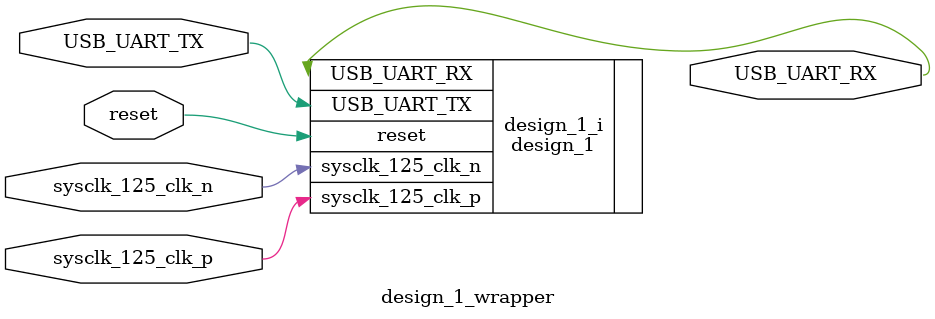
<source format=v>
`timescale 1 ps / 1 ps

module design_1_wrapper
   (USB_UART_RX,
    USB_UART_TX,
    reset,
    sysclk_125_clk_n,
    sysclk_125_clk_p);
  output USB_UART_RX;
  input USB_UART_TX;
  input reset;
  input sysclk_125_clk_n;
  input sysclk_125_clk_p;

  wire USB_UART_RX;
  wire USB_UART_TX;
  wire reset;
  wire sysclk_125_clk_n;
  wire sysclk_125_clk_p;

  design_1 design_1_i
       (.USB_UART_RX(USB_UART_RX),
        .USB_UART_TX(USB_UART_TX),
        .reset(reset),
        .sysclk_125_clk_n(sysclk_125_clk_n),
        .sysclk_125_clk_p(sysclk_125_clk_p));
endmodule

</source>
